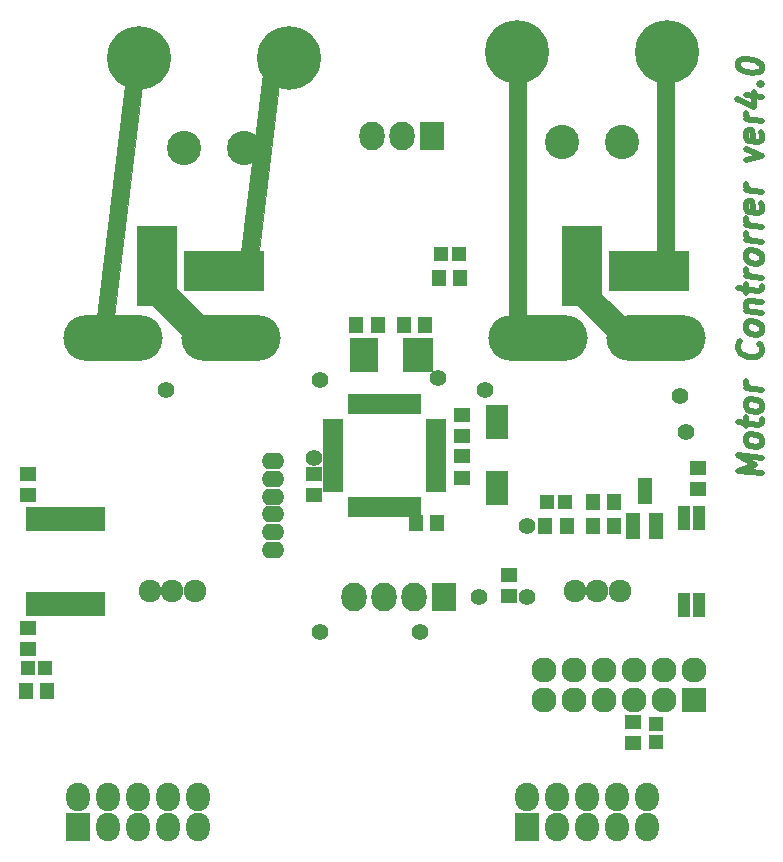
<source format=gbr>
G04 #@! TF.FileFunction,Soldermask,Top*
%FSLAX46Y46*%
G04 Gerber Fmt 4.6, Leading zero omitted, Abs format (unit mm)*
G04 Created by KiCad (PCBNEW 4.0.5) date 02/09/17 17:45:46*
%MOMM*%
%LPD*%
G01*
G04 APERTURE LIST*
%ADD10C,0.100000*%
%ADD11C,0.500000*%
%ADD12C,2.900000*%
%ADD13C,5.400000*%
%ADD14C,1.924000*%
%ADD15O,8.400000X3.900000*%
%ADD16R,1.400000X1.200000*%
%ADD17R,2.000000X2.400000*%
%ADD18O,2.000000X2.400000*%
%ADD19R,2.127200X2.432000*%
%ADD20O,2.127200X2.432000*%
%ADD21R,2.127200X2.127200*%
%ADD22O,2.127200X2.127200*%
%ADD23R,1.200000X1.400000*%
%ADD24O,1.924000X1.400000*%
%ADD25R,2.600000X3.000000*%
%ADD26R,2.400000X3.000000*%
%ADD27R,1.200100X2.200860*%
%ADD28R,1.050000X2.100000*%
%ADD29R,0.650000X1.700000*%
%ADD30R,1.700000X0.650000*%
%ADD31R,1.900000X3.000000*%
%ADD32R,1.197560X1.197560*%
%ADD33R,0.850000X2.150000*%
%ADD34R,3.400000X6.900000*%
%ADD35R,6.851600X3.400000*%
%ADD36C,1.400000*%
%ADD37C,0.026000*%
G04 APERTURE END LIST*
D10*
D11*
X74404762Y-41541667D02*
X72404762Y-41291667D01*
X73833333Y-40803572D01*
X72404762Y-39958333D01*
X74404762Y-40208333D01*
X74404762Y-38970238D02*
X74309524Y-39148809D01*
X74214286Y-39232144D01*
X74023810Y-39303572D01*
X73452381Y-39232144D01*
X73261905Y-39113096D01*
X73166667Y-39005952D01*
X73071429Y-38803572D01*
X73071429Y-38517858D01*
X73166667Y-38339286D01*
X73261905Y-38255953D01*
X73452381Y-38184525D01*
X74023810Y-38255953D01*
X74214286Y-38375001D01*
X74309524Y-38482143D01*
X74404762Y-38684524D01*
X74404762Y-38970238D01*
X73071429Y-37565477D02*
X73071429Y-36803572D01*
X72404762Y-37196429D02*
X74119048Y-37410715D01*
X74309524Y-37339285D01*
X74404762Y-37160714D01*
X74404762Y-36970238D01*
X74404762Y-36017857D02*
X74309524Y-36196428D01*
X74214286Y-36279763D01*
X74023810Y-36351191D01*
X73452381Y-36279763D01*
X73261905Y-36160715D01*
X73166667Y-36053571D01*
X73071429Y-35851191D01*
X73071429Y-35565477D01*
X73166667Y-35386905D01*
X73261905Y-35303572D01*
X73452381Y-35232144D01*
X74023810Y-35303572D01*
X74214286Y-35422620D01*
X74309524Y-35529762D01*
X74404762Y-35732143D01*
X74404762Y-36017857D01*
X74404762Y-34494048D02*
X73071429Y-34327382D01*
X73452381Y-34375001D02*
X73261905Y-34255952D01*
X73166667Y-34148809D01*
X73071429Y-33946429D01*
X73071429Y-33755953D01*
X74214286Y-30565476D02*
X74309524Y-30672618D01*
X74404762Y-30970238D01*
X74404762Y-31160714D01*
X74309524Y-31434523D01*
X74119048Y-31601190D01*
X73928571Y-31672619D01*
X73547619Y-31720238D01*
X73261905Y-31684524D01*
X72880952Y-31541667D01*
X72690476Y-31422618D01*
X72500000Y-31208333D01*
X72404762Y-30910714D01*
X72404762Y-30720238D01*
X72500000Y-30446428D01*
X72595238Y-30363095D01*
X74404762Y-29446428D02*
X74309524Y-29624999D01*
X74214286Y-29708334D01*
X74023810Y-29779762D01*
X73452381Y-29708334D01*
X73261905Y-29589286D01*
X73166667Y-29482142D01*
X73071429Y-29279762D01*
X73071429Y-28994048D01*
X73166667Y-28815476D01*
X73261905Y-28732143D01*
X73452381Y-28660715D01*
X74023810Y-28732143D01*
X74214286Y-28851191D01*
X74309524Y-28958333D01*
X74404762Y-29160714D01*
X74404762Y-29446428D01*
X73071429Y-27755953D02*
X74404762Y-27922619D01*
X73261905Y-27779762D02*
X73166667Y-27672618D01*
X73071429Y-27470238D01*
X73071429Y-27184524D01*
X73166667Y-27005952D01*
X73357143Y-26934524D01*
X74404762Y-27065476D01*
X73071429Y-26232143D02*
X73071429Y-25470238D01*
X72404762Y-25863095D02*
X74119048Y-26077381D01*
X74309524Y-26005951D01*
X74404762Y-25827380D01*
X74404762Y-25636904D01*
X74404762Y-24970238D02*
X73071429Y-24803572D01*
X73452381Y-24851191D02*
X73261905Y-24732142D01*
X73166667Y-24624999D01*
X73071429Y-24422619D01*
X73071429Y-24232143D01*
X74404762Y-23446428D02*
X74309524Y-23624999D01*
X74214286Y-23708334D01*
X74023810Y-23779762D01*
X73452381Y-23708334D01*
X73261905Y-23589286D01*
X73166667Y-23482142D01*
X73071429Y-23279762D01*
X73071429Y-22994048D01*
X73166667Y-22815476D01*
X73261905Y-22732143D01*
X73452381Y-22660715D01*
X74023810Y-22732143D01*
X74214286Y-22851191D01*
X74309524Y-22958333D01*
X74404762Y-23160714D01*
X74404762Y-23446428D01*
X74404762Y-21922619D02*
X73071429Y-21755953D01*
X73452381Y-21803572D02*
X73261905Y-21684523D01*
X73166667Y-21577380D01*
X73071429Y-21375000D01*
X73071429Y-21184524D01*
X74404762Y-20684524D02*
X73071429Y-20517858D01*
X73452381Y-20565477D02*
X73261905Y-20446428D01*
X73166667Y-20339285D01*
X73071429Y-20136905D01*
X73071429Y-19946429D01*
X74309524Y-18672619D02*
X74404762Y-18875000D01*
X74404762Y-19255952D01*
X74309524Y-19434524D01*
X74119048Y-19505953D01*
X73357143Y-19410715D01*
X73166667Y-19291667D01*
X73071429Y-19089286D01*
X73071429Y-18708334D01*
X73166667Y-18529762D01*
X73357143Y-18458334D01*
X73547619Y-18482143D01*
X73738095Y-19458334D01*
X74404762Y-17732143D02*
X73071429Y-17565477D01*
X73452381Y-17613096D02*
X73261905Y-17494047D01*
X73166667Y-17386904D01*
X73071429Y-17184524D01*
X73071429Y-16994048D01*
X73071429Y-14994048D02*
X74404762Y-14684523D01*
X73071429Y-14041667D01*
X74309524Y-12672618D02*
X74404762Y-12874999D01*
X74404762Y-13255951D01*
X74309524Y-13434523D01*
X74119048Y-13505952D01*
X73357143Y-13410714D01*
X73166667Y-13291666D01*
X73071429Y-13089285D01*
X73071429Y-12708333D01*
X73166667Y-12529761D01*
X73357143Y-12458333D01*
X73547619Y-12482142D01*
X73738095Y-13458333D01*
X74404762Y-11732142D02*
X73071429Y-11565476D01*
X73452381Y-11613095D02*
X73261905Y-11494046D01*
X73166667Y-11386903D01*
X73071429Y-11184523D01*
X73071429Y-10994047D01*
X73071429Y-9470238D02*
X74404762Y-9636904D01*
X72309524Y-9851189D02*
X73738095Y-10505952D01*
X73738095Y-9267856D01*
X74214286Y-8565476D02*
X74309524Y-8482141D01*
X74404762Y-8589285D01*
X74309524Y-8672618D01*
X74214286Y-8565476D01*
X74404762Y-8589285D01*
X72404762Y-7005951D02*
X72404762Y-6815475D01*
X72500000Y-6636904D01*
X72595238Y-6553571D01*
X72785714Y-6482142D01*
X73166667Y-6434522D01*
X73642857Y-6494046D01*
X74023810Y-6636904D01*
X74214286Y-6755952D01*
X74309524Y-6863094D01*
X74404762Y-7065475D01*
X74404762Y-7255951D01*
X74309524Y-7434522D01*
X74214286Y-7517856D01*
X74023810Y-7589285D01*
X73642857Y-7636904D01*
X73166667Y-7577380D01*
X72785714Y-7434523D01*
X72595238Y-7315475D01*
X72500000Y-7208332D01*
X72404762Y-7005951D01*
D12*
X57500000Y-13500000D03*
X62580000Y-13500000D03*
D13*
X53690000Y-5880000D03*
X66390000Y-5880000D03*
D12*
X25500000Y-14000000D03*
X30580000Y-14000000D03*
D13*
X21690000Y-6380000D03*
X34390000Y-6380000D03*
D14*
X26410000Y-51500000D03*
X24500000Y-51500000D03*
X22590000Y-51500000D03*
D15*
X19500000Y-30100000D03*
X29500000Y-30100000D03*
D14*
X62410000Y-51500000D03*
X60500000Y-51500000D03*
X58590000Y-51500000D03*
D15*
X55500000Y-30100000D03*
X65500000Y-30100000D03*
D16*
X53000000Y-51900000D03*
X53000000Y-50100000D03*
D17*
X54500000Y-71500000D03*
D18*
X54500000Y-68960000D03*
X57040000Y-71500000D03*
X57040000Y-68960000D03*
X59580000Y-71500000D03*
X59580000Y-68960000D03*
X62120000Y-71500000D03*
X62120000Y-68960000D03*
X64660000Y-71500000D03*
X64660000Y-68960000D03*
D19*
X47500000Y-52000000D03*
D20*
X44960000Y-52000000D03*
X42420000Y-52000000D03*
X39880000Y-52000000D03*
D21*
X68700000Y-60700000D03*
D22*
X68700000Y-58160000D03*
X66160000Y-60700000D03*
X66160000Y-58160000D03*
X63620000Y-60700000D03*
X63620000Y-58160000D03*
X61080000Y-60700000D03*
X61080000Y-58160000D03*
X58540000Y-60700000D03*
X58540000Y-58160000D03*
X56000000Y-60700000D03*
X56000000Y-58160000D03*
D23*
X44100000Y-29000000D03*
X45900000Y-29000000D03*
X41900000Y-29000000D03*
X40100000Y-29000000D03*
D16*
X36500000Y-43400000D03*
X36500000Y-41600000D03*
D24*
X33000000Y-48000000D03*
X33000000Y-46500000D03*
X33000000Y-45000000D03*
X33000000Y-43500000D03*
X33000000Y-42000000D03*
X33000000Y-40500000D03*
D16*
X49000000Y-41900000D03*
X49000000Y-40100000D03*
D25*
X45300000Y-31500000D03*
D26*
X40700000Y-31500000D03*
D27*
X63550000Y-46001140D03*
X65450000Y-46001140D03*
X64500000Y-42998860D03*
D16*
X69000000Y-41100000D03*
X69000000Y-42900000D03*
D23*
X60100000Y-46000000D03*
X61900000Y-46000000D03*
X61900000Y-44000000D03*
X60100000Y-44000000D03*
D28*
X69135000Y-45350000D03*
X67865000Y-45350000D03*
X67865000Y-52650000D03*
X69135000Y-52650000D03*
D16*
X49000000Y-36600000D03*
X49000000Y-38400000D03*
D23*
X46900000Y-45750000D03*
X45100000Y-45750000D03*
D29*
X45250000Y-35650000D03*
X44750000Y-35650000D03*
X44250000Y-35650000D03*
X43750000Y-35650000D03*
X43250000Y-35650000D03*
X42750000Y-35650000D03*
X42250000Y-35650000D03*
X41750000Y-35650000D03*
X41250000Y-35650000D03*
X40750000Y-35650000D03*
X40250000Y-35650000D03*
X39750000Y-35650000D03*
D30*
X38150000Y-37250000D03*
X38150000Y-37750000D03*
X38150000Y-38250000D03*
X38150000Y-38750000D03*
X38150000Y-39250000D03*
X38150000Y-39750000D03*
X38150000Y-40250000D03*
X38150000Y-40750000D03*
X38150000Y-41250000D03*
X38150000Y-41750000D03*
X38150000Y-42250000D03*
X38150000Y-42750000D03*
D29*
X39750000Y-44350000D03*
X40250000Y-44350000D03*
X40750000Y-44350000D03*
X41250000Y-44350000D03*
X41750000Y-44350000D03*
X42250000Y-44350000D03*
X42750000Y-44350000D03*
X43250000Y-44350000D03*
X43750000Y-44350000D03*
X44250000Y-44350000D03*
X44750000Y-44350000D03*
X45250000Y-44350000D03*
D30*
X46850000Y-42750000D03*
X46850000Y-42250000D03*
X46850000Y-41750000D03*
X46850000Y-41250000D03*
X46850000Y-40750000D03*
X46850000Y-40250000D03*
X46850000Y-39750000D03*
X46850000Y-39250000D03*
X46850000Y-38750000D03*
X46850000Y-38250000D03*
X46850000Y-37750000D03*
X46850000Y-37250000D03*
D17*
X16500000Y-71500000D03*
D18*
X16500000Y-68960000D03*
X19040000Y-71500000D03*
X19040000Y-68960000D03*
X21580000Y-71500000D03*
X21580000Y-68960000D03*
X24120000Y-71500000D03*
X24120000Y-68960000D03*
X26660000Y-71500000D03*
X26660000Y-68960000D03*
D31*
X52000000Y-42800000D03*
X52000000Y-37200000D03*
D32*
X65500000Y-64249300D03*
X65500000Y-62750700D03*
X13749300Y-58000000D03*
X12250700Y-58000000D03*
X47250700Y-23000000D03*
X48749300Y-23000000D03*
X56250700Y-44000000D03*
X57749300Y-44000000D03*
D16*
X63500000Y-62600000D03*
X63500000Y-64400000D03*
D23*
X12100000Y-60000000D03*
X13900000Y-60000000D03*
X47100000Y-25000000D03*
X48900000Y-25000000D03*
X56100000Y-46000000D03*
X57900000Y-46000000D03*
D16*
X12250000Y-54600000D03*
X12250000Y-56400000D03*
X12250000Y-43400000D03*
X12250000Y-41600000D03*
D33*
X12575000Y-52600000D03*
X13225000Y-52600000D03*
X13875000Y-52600000D03*
X14525000Y-52600000D03*
X15175000Y-52600000D03*
X15825000Y-52600000D03*
X16475000Y-52600000D03*
X17125000Y-52600000D03*
X17775000Y-52600000D03*
X18425000Y-52600000D03*
X18425000Y-45400000D03*
X17775000Y-45400000D03*
X17125000Y-45400000D03*
X16475000Y-45400000D03*
X15825000Y-45400000D03*
X15175000Y-45400000D03*
X14525000Y-45400000D03*
X13875000Y-45400000D03*
X13225000Y-45400000D03*
X12575000Y-45400000D03*
D34*
X23200000Y-24000000D03*
D35*
X28900000Y-24400000D03*
D34*
X59200000Y-24000000D03*
D35*
X64900000Y-24400000D03*
D19*
X46500000Y-13000000D03*
D20*
X43960000Y-13000000D03*
X41420000Y-13000000D03*
D36*
X50500000Y-52000000D03*
X54500000Y-52000000D03*
X45500000Y-55000000D03*
X37000000Y-55000000D03*
X24000000Y-34500000D03*
X37000000Y-33600000D03*
X54500000Y-46000000D03*
X67500000Y-35000000D03*
X36500000Y-40250000D03*
X47000000Y-33500000D03*
X68000000Y-38000000D03*
X51000000Y-34500000D03*
D37*
G36*
X27480209Y-28498593D02*
X25501219Y-29982835D01*
X22519791Y-27001407D01*
X24498781Y-25517165D01*
X27480209Y-28498593D01*
X27480209Y-28498593D01*
G37*
X27480209Y-28498593D02*
X25501219Y-29982835D01*
X22519791Y-27001407D01*
X24498781Y-25517165D01*
X27480209Y-28498593D01*
G36*
X63481616Y-29000000D02*
X62000000Y-30481616D01*
X58521946Y-27003562D01*
X60497434Y-26015818D01*
X63481616Y-29000000D01*
X63481616Y-29000000D01*
G37*
X63481616Y-29000000D02*
X62000000Y-30481616D01*
X58521946Y-27003562D01*
X60497434Y-26015818D01*
X63481616Y-29000000D01*
G36*
X54487000Y-29487000D02*
X53013000Y-29487000D01*
X53013000Y-7013000D01*
X54487000Y-7013000D01*
X54487000Y-29487000D01*
X54487000Y-29487000D01*
G37*
X54487000Y-29487000D02*
X53013000Y-29487000D01*
X53013000Y-7013000D01*
X54487000Y-7013000D01*
X54487000Y-29487000D01*
G36*
X66987000Y-23487000D02*
X65513000Y-23487000D01*
X65513000Y-7013000D01*
X66987000Y-7013000D01*
X66987000Y-23487000D01*
X66987000Y-23487000D01*
G37*
X66987000Y-23487000D02*
X65513000Y-23487000D01*
X65513000Y-7013000D01*
X66987000Y-7013000D01*
X66987000Y-23487000D01*
G36*
X19488494Y-28987000D02*
X18014689Y-28987000D01*
X21011506Y-4513000D01*
X22485311Y-4513000D01*
X19488494Y-28987000D01*
X19488494Y-28987000D01*
G37*
X19488494Y-28987000D02*
X18014689Y-28987000D01*
X21011506Y-4513000D01*
X22485311Y-4513000D01*
X19488494Y-28987000D01*
G36*
X31488489Y-25487000D02*
X30014681Y-25487000D01*
X32511511Y-5013000D01*
X33985319Y-5013000D01*
X31488489Y-25487000D01*
X31488489Y-25487000D01*
G37*
X31488489Y-25487000D02*
X30014681Y-25487000D01*
X32511511Y-5013000D01*
X33985319Y-5013000D01*
X31488489Y-25487000D01*
M02*

</source>
